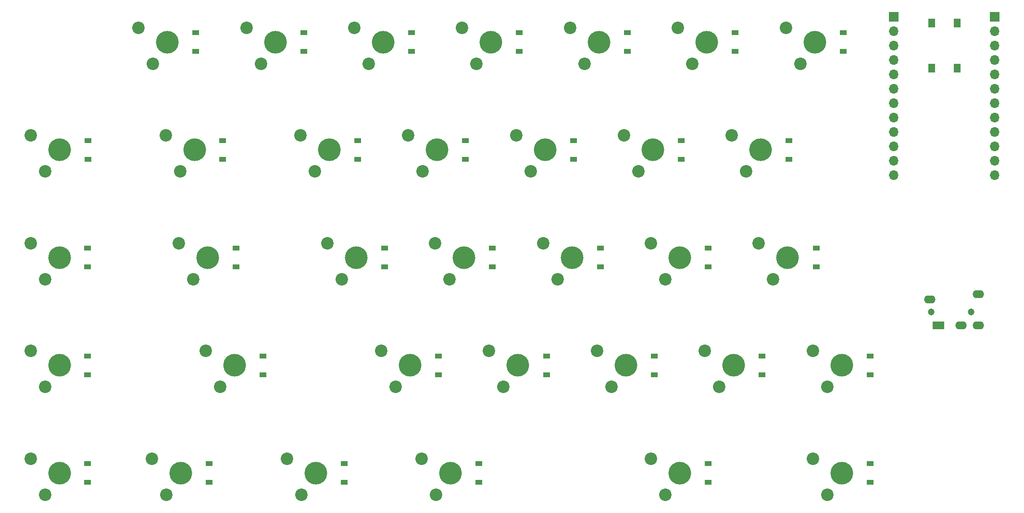
<source format=gbr>
%TF.GenerationSoftware,KiCad,Pcbnew,(6.0.4)*%
%TF.CreationDate,2022-03-31T08:58:10-07:00*%
%TF.ProjectId,hip-factor-3-l,6869702d-6661-4637-946f-722d332d6c2e,rev?*%
%TF.SameCoordinates,Original*%
%TF.FileFunction,Soldermask,Bot*%
%TF.FilePolarity,Negative*%
%FSLAX46Y46*%
G04 Gerber Fmt 4.6, Leading zero omitted, Abs format (unit mm)*
G04 Created by KiCad (PCBNEW (6.0.4)) date 2022-03-31 08:58:10*
%MOMM*%
%LPD*%
G01*
G04 APERTURE LIST*
%ADD10C,4.000000*%
%ADD11C,2.200000*%
%ADD12R,1.700000X1.700000*%
%ADD13O,1.700000X1.700000*%
%ADD14R,1.200000X0.900000*%
%ADD15C,1.200000*%
%ADD16O,2.000000X1.400000*%
%ADD17R,2.000000X1.400000*%
%ADD18R,1.300000X1.550000*%
G04 APERTURE END LIST*
D10*
%TO.C,SW9*%
X64850000Y-59000000D03*
D11*
X59770000Y-56460000D03*
X62310000Y-62810000D03*
%TD*%
D10*
%TO.C,SW25*%
X121750000Y-97000000D03*
D11*
X116670000Y-94460000D03*
X119210000Y-100810000D03*
%TD*%
D10*
%TO.C,SW10*%
X88500000Y-59000000D03*
D11*
X83420000Y-56460000D03*
X85960000Y-62810000D03*
%TD*%
D10*
%TO.C,SW13*%
X145500000Y-59000000D03*
D11*
X140420000Y-56460000D03*
X142960000Y-62810000D03*
%TD*%
D10*
%TO.C,SW5*%
X136000000Y-40000000D03*
D11*
X130920000Y-37460000D03*
X133460000Y-43810000D03*
%TD*%
D10*
%TO.C,SW34*%
X178750000Y-116000000D03*
D11*
X173670000Y-113460000D03*
X176210000Y-119810000D03*
%TD*%
D10*
%TO.C,SW8*%
X41000000Y-59000000D03*
D11*
X35920000Y-56460000D03*
X38460000Y-62810000D03*
%TD*%
D10*
%TO.C,SW18*%
X112250000Y-78000000D03*
D11*
X107170000Y-75460000D03*
X109710000Y-81810000D03*
%TD*%
D10*
%TO.C,SW32*%
X109875000Y-116000000D03*
D11*
X104795000Y-113460000D03*
X107335000Y-119810000D03*
%TD*%
D10*
%TO.C,SW27*%
X159750000Y-97000000D03*
D11*
X154670000Y-94460000D03*
X157210000Y-100810000D03*
%TD*%
D10*
%TO.C,SW1*%
X60000000Y-40000000D03*
D11*
X54920000Y-37460000D03*
X57460000Y-43810000D03*
%TD*%
D10*
%TO.C,SW21*%
X169250000Y-78000000D03*
D11*
X164170000Y-75460000D03*
X166710000Y-81810000D03*
%TD*%
D10*
%TO.C,SW17*%
X93250000Y-78000000D03*
D11*
X88170000Y-75460000D03*
X90710000Y-81810000D03*
%TD*%
D10*
%TO.C,SW14*%
X164500000Y-59000000D03*
D11*
X159420000Y-56460000D03*
X161960000Y-62810000D03*
%TD*%
D12*
%TO.C,J1*%
X205740000Y-35560000D03*
D13*
X205740000Y-38100000D03*
X205740000Y-40640000D03*
X205740000Y-43180000D03*
X205740000Y-45720000D03*
X205740000Y-48260000D03*
X205740000Y-50800000D03*
X205740000Y-53340000D03*
X205740000Y-55880000D03*
X205740000Y-58420000D03*
X205740000Y-60960000D03*
X205740000Y-63500000D03*
%TD*%
D10*
%TO.C,SW29*%
X41000000Y-116000000D03*
D11*
X35920000Y-113460000D03*
X38460000Y-119810000D03*
%TD*%
D10*
%TO.C,SW31*%
X86125000Y-116000000D03*
D11*
X81045000Y-113460000D03*
X83585000Y-119810000D03*
%TD*%
D10*
%TO.C,SW23*%
X71875000Y-97000000D03*
D11*
X66795000Y-94460000D03*
X69335000Y-100810000D03*
%TD*%
D10*
%TO.C,SW12*%
X126500000Y-59000000D03*
D11*
X121420000Y-56460000D03*
X123960000Y-62810000D03*
%TD*%
D10*
%TO.C,SW19*%
X131250000Y-78000000D03*
D11*
X126170000Y-75460000D03*
X128710000Y-81810000D03*
%TD*%
D10*
%TO.C,SW2*%
X79000000Y-40000000D03*
D11*
X73920000Y-37460000D03*
X76460000Y-43810000D03*
%TD*%
D10*
%TO.C,SW16*%
X67125000Y-78000000D03*
D11*
X62045000Y-75460000D03*
X64585000Y-81810000D03*
%TD*%
D10*
%TO.C,SW26*%
X140750000Y-97000000D03*
D11*
X135670000Y-94460000D03*
X138210000Y-100810000D03*
%TD*%
D10*
%TO.C,SW7*%
X174000000Y-40000000D03*
D11*
X168920000Y-37460000D03*
X171460000Y-43810000D03*
%TD*%
D10*
%TO.C,SW20*%
X150250000Y-78000000D03*
D11*
X145170000Y-75460000D03*
X147710000Y-81810000D03*
%TD*%
D10*
%TO.C,SW4*%
X117000000Y-40000000D03*
D11*
X111920000Y-37460000D03*
X114460000Y-43810000D03*
%TD*%
D10*
%TO.C,SW11*%
X107500000Y-59000000D03*
D11*
X102420000Y-56460000D03*
X104960000Y-62810000D03*
%TD*%
D10*
%TO.C,SW33*%
X150250000Y-116000000D03*
D11*
X145170000Y-113460000D03*
X147710000Y-119810000D03*
%TD*%
D10*
%TO.C,SW3*%
X98000000Y-40000000D03*
D11*
X92920000Y-37460000D03*
X95460000Y-43810000D03*
%TD*%
D10*
%TO.C,SW28*%
X178750000Y-97000000D03*
D11*
X173670000Y-94460000D03*
X176210000Y-100810000D03*
%TD*%
D10*
%TO.C,SW15*%
X41000000Y-78000000D03*
D11*
X35920000Y-75460000D03*
X38460000Y-81810000D03*
%TD*%
D10*
%TO.C,SW22*%
X41000000Y-97000000D03*
D11*
X35920000Y-94460000D03*
X38460000Y-100810000D03*
%TD*%
D10*
%TO.C,SW6*%
X155000000Y-40000000D03*
D11*
X149920000Y-37460000D03*
X152460000Y-43810000D03*
%TD*%
D12*
%TO.C,J2*%
X187960000Y-35560000D03*
D13*
X187960000Y-38100000D03*
X187960000Y-40640000D03*
X187960000Y-43180000D03*
X187960000Y-45720000D03*
X187960000Y-48260000D03*
X187960000Y-50800000D03*
X187960000Y-53340000D03*
X187960000Y-55880000D03*
X187960000Y-58420000D03*
X187960000Y-60960000D03*
X187960000Y-63500000D03*
%TD*%
D10*
%TO.C,SW24*%
X102750000Y-97000000D03*
D11*
X97670000Y-94460000D03*
X100210000Y-100810000D03*
%TD*%
D10*
%TO.C,SW30*%
X62375000Y-116000000D03*
D11*
X57295000Y-113460000D03*
X59835000Y-119810000D03*
%TD*%
D14*
%TO.C,D16*%
X72125000Y-76350000D03*
X72125000Y-79650000D03*
%TD*%
%TO.C,D21*%
X174250000Y-76350000D03*
X174250000Y-79650000D03*
%TD*%
%TO.C,D17*%
X98250000Y-76350000D03*
X98250000Y-79650000D03*
%TD*%
%TO.C,D26*%
X145750000Y-95350000D03*
X145750000Y-98650000D03*
%TD*%
%TO.C,D34*%
X183750000Y-114350000D03*
X183750000Y-117650000D03*
%TD*%
%TO.C,D24*%
X107750000Y-95350000D03*
X107750000Y-98650000D03*
%TD*%
%TO.C,D14*%
X169500000Y-57350000D03*
X169500000Y-60650000D03*
%TD*%
%TO.C,D5*%
X141000000Y-38350000D03*
X141000000Y-41650000D03*
%TD*%
%TO.C,D6*%
X160000000Y-38350000D03*
X160000000Y-41650000D03*
%TD*%
%TO.C,D10*%
X93500000Y-57350000D03*
X93500000Y-60650000D03*
%TD*%
%TO.C,D9*%
X69750000Y-57350000D03*
X69750000Y-60650000D03*
%TD*%
%TO.C,D18*%
X117250000Y-76350000D03*
X117250000Y-79650000D03*
%TD*%
%TO.C,D30*%
X67375000Y-114350000D03*
X67375000Y-117650000D03*
%TD*%
D15*
%TO.C,J3*%
X194510000Y-87630000D03*
X201510000Y-87630000D03*
D16*
X202810000Y-84430000D03*
X199810000Y-89930000D03*
X202810000Y-89930000D03*
X194310000Y-85430000D03*
D17*
X195810000Y-89930000D03*
%TD*%
D14*
%TO.C,D7*%
X179000000Y-38350000D03*
X179000000Y-41650000D03*
%TD*%
%TO.C,D2*%
X84000000Y-38350000D03*
X84000000Y-41650000D03*
%TD*%
%TO.C,D33*%
X155250000Y-114350000D03*
X155250000Y-117650000D03*
%TD*%
%TO.C,D15*%
X45950000Y-76350000D03*
X45950000Y-79650000D03*
%TD*%
%TO.C,D28*%
X183750000Y-95350000D03*
X183750000Y-98650000D03*
%TD*%
%TO.C,D23*%
X76875000Y-95350000D03*
X76875000Y-98650000D03*
%TD*%
%TO.C,D4*%
X122000000Y-38350000D03*
X122000000Y-41650000D03*
%TD*%
%TO.C,D11*%
X112500000Y-57350000D03*
X112500000Y-60650000D03*
%TD*%
%TO.C,D27*%
X164750000Y-95350000D03*
X164750000Y-98650000D03*
%TD*%
%TO.C,D32*%
X114875000Y-114350000D03*
X114875000Y-117650000D03*
%TD*%
%TO.C,D25*%
X126750000Y-95350000D03*
X126750000Y-98650000D03*
%TD*%
%TO.C,D12*%
X131500000Y-57350000D03*
X131500000Y-60650000D03*
%TD*%
%TO.C,D13*%
X150500000Y-57350000D03*
X150500000Y-60650000D03*
%TD*%
%TO.C,D22*%
X45950000Y-95350000D03*
X45950000Y-98650000D03*
%TD*%
%TO.C,D1*%
X65000000Y-38350000D03*
X65000000Y-41650000D03*
%TD*%
%TO.C,D31*%
X91125000Y-114350000D03*
X91125000Y-117650000D03*
%TD*%
%TO.C,D8*%
X46000000Y-57350000D03*
X46000000Y-60650000D03*
%TD*%
%TO.C,D20*%
X155250000Y-76350000D03*
X155250000Y-79650000D03*
%TD*%
%TO.C,D19*%
X136250000Y-76350000D03*
X136250000Y-79650000D03*
%TD*%
%TO.C,D3*%
X103000000Y-38350000D03*
X103000000Y-41650000D03*
%TD*%
%TO.C,D29*%
X45950000Y-114350000D03*
X45950000Y-117650000D03*
%TD*%
D18*
%TO.C,SW35*%
X194600000Y-36660000D03*
X194600000Y-44620000D03*
X199100000Y-44620000D03*
X199100000Y-36660000D03*
%TD*%
M02*

</source>
